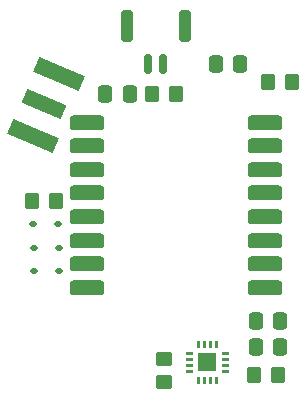
<source format=gbr>
%TF.GenerationSoftware,KiCad,Pcbnew,8.0.1*%
%TF.CreationDate,2024-04-01T21:43:51+02:00*%
%TF.ProjectId,SenseLoraCAM,53656e73-654c-46f7-9261-43414d2e6b69,rev?*%
%TF.SameCoordinates,Original*%
%TF.FileFunction,Paste,Top*%
%TF.FilePolarity,Positive*%
%FSLAX46Y46*%
G04 Gerber Fmt 4.6, Leading zero omitted, Abs format (unit mm)*
G04 Created by KiCad (PCBNEW 8.0.1) date 2024-04-01 21:43:51*
%MOMM*%
%LPD*%
G01*
G04 APERTURE LIST*
G04 Aperture macros list*
%AMRoundRect*
0 Rectangle with rounded corners*
0 $1 Rounding radius*
0 $2 $3 $4 $5 $6 $7 $8 $9 X,Y pos of 4 corners*
0 Add a 4 corners polygon primitive as box body*
4,1,4,$2,$3,$4,$5,$6,$7,$8,$9,$2,$3,0*
0 Add four circle primitives for the rounded corners*
1,1,$1+$1,$2,$3*
1,1,$1+$1,$4,$5*
1,1,$1+$1,$6,$7*
1,1,$1+$1,$8,$9*
0 Add four rect primitives between the rounded corners*
20,1,$1+$1,$2,$3,$4,$5,0*
20,1,$1+$1,$4,$5,$6,$7,0*
20,1,$1+$1,$6,$7,$8,$9,0*
20,1,$1+$1,$8,$9,$2,$3,0*%
%AMRotRect*
0 Rectangle, with rotation*
0 The origin of the aperture is its center*
0 $1 length*
0 $2 width*
0 $3 Rotation angle, in degrees counterclockwise*
0 Add horizontal line*
21,1,$1,$2,0,0,$3*%
G04 Aperture macros list end*
%ADD10C,0.000000*%
%ADD11RoundRect,0.112500X-0.187500X-0.112500X0.187500X-0.112500X0.187500X0.112500X-0.187500X0.112500X0*%
%ADD12RotRect,1.270000X3.600000X247.000000*%
%ADD13RotRect,1.350000X4.200000X247.000000*%
%ADD14RoundRect,0.250000X-0.337500X-0.475000X0.337500X-0.475000X0.337500X0.475000X-0.337500X0.475000X0*%
%ADD15RoundRect,0.150000X0.150000X0.700000X-0.150000X0.700000X-0.150000X-0.700000X0.150000X-0.700000X0*%
%ADD16RoundRect,0.250000X0.250000X1.100000X-0.250000X1.100000X-0.250000X-1.100000X0.250000X-1.100000X0*%
%ADD17RoundRect,0.250000X-0.350000X-0.450000X0.350000X-0.450000X0.350000X0.450000X-0.350000X0.450000X0*%
%ADD18RoundRect,0.250000X-0.450000X0.350000X-0.450000X-0.350000X0.450000X-0.350000X0.450000X0.350000X0*%
%ADD19RoundRect,0.250000X0.350000X0.450000X-0.350000X0.450000X-0.350000X-0.450000X0.350000X-0.450000X0*%
%ADD20RoundRect,0.250000X0.337500X0.475000X-0.337500X0.475000X-0.337500X-0.475000X0.337500X-0.475000X0*%
%ADD21R,0.250000X0.600000*%
%ADD22R,0.600000X0.250000*%
%ADD23R,1.500000X1.500000*%
%ADD24RoundRect,0.317500X1.157500X0.317500X-1.157500X0.317500X-1.157500X-0.317500X1.157500X-0.317500X0*%
G04 APERTURE END LIST*
D10*
%TO.C,U3*%
G36*
X111649000Y-94073000D02*
G01*
X111049000Y-94073000D01*
X111049000Y-93823000D01*
X111649000Y-93823000D01*
X111649000Y-94073000D01*
G37*
G36*
X111649000Y-94573000D02*
G01*
X111049000Y-94573000D01*
X111049000Y-94323000D01*
X111649000Y-94323000D01*
X111649000Y-94573000D01*
G37*
G36*
X111649000Y-95073000D02*
G01*
X111049000Y-95073000D01*
X111049000Y-94823000D01*
X111649000Y-94823000D01*
X111649000Y-95073000D01*
G37*
G36*
X111649000Y-95573000D02*
G01*
X111049000Y-95573000D01*
X111049000Y-95323000D01*
X111649000Y-95323000D01*
X111649000Y-95573000D01*
G37*
G36*
X112226000Y-93500000D02*
G01*
X111976000Y-93500000D01*
X111976000Y-92900000D01*
X112226000Y-92900000D01*
X112226000Y-93500000D01*
G37*
G36*
X112226000Y-96500000D02*
G01*
X111976000Y-96500000D01*
X111976000Y-95900000D01*
X112226000Y-95900000D01*
X112226000Y-96500000D01*
G37*
G36*
X113449000Y-95300000D02*
G01*
X112249000Y-95300000D01*
X112249000Y-94100000D01*
X113449000Y-94100000D01*
X113449000Y-95300000D01*
G37*
G36*
X112724000Y-93500000D02*
G01*
X112474000Y-93500000D01*
X112474000Y-92900000D01*
X112724000Y-92900000D01*
X112724000Y-93500000D01*
G37*
G36*
X112726000Y-96500000D02*
G01*
X112476000Y-96500000D01*
X112476000Y-95900000D01*
X112726000Y-95900000D01*
X112726000Y-96500000D01*
G37*
G36*
X113224000Y-93500000D02*
G01*
X112974000Y-93500000D01*
X112974000Y-92900000D01*
X113224000Y-92900000D01*
X113224000Y-93500000D01*
G37*
G36*
X113226000Y-96500000D02*
G01*
X112976000Y-96500000D01*
X112976000Y-95900000D01*
X113226000Y-95900000D01*
X113226000Y-96500000D01*
G37*
G36*
X113724000Y-93500000D02*
G01*
X113474000Y-93500000D01*
X113474000Y-92900000D01*
X113724000Y-92900000D01*
X113724000Y-93500000D01*
G37*
G36*
X113726000Y-96500000D02*
G01*
X113476000Y-96500000D01*
X113476000Y-95900000D01*
X113726000Y-95900000D01*
X113726000Y-96500000D01*
G37*
G36*
X114649000Y-94073000D02*
G01*
X114049000Y-94073000D01*
X114049000Y-93823000D01*
X114649000Y-93823000D01*
X114649000Y-94073000D01*
G37*
G36*
X114649000Y-94573000D02*
G01*
X114049000Y-94573000D01*
X114049000Y-94323000D01*
X114649000Y-94323000D01*
X114649000Y-94573000D01*
G37*
G36*
X114649000Y-95073000D02*
G01*
X114049000Y-95073000D01*
X114049000Y-94823000D01*
X114649000Y-94823000D01*
X114649000Y-95073000D01*
G37*
G36*
X114649000Y-95573000D02*
G01*
X114049000Y-95573000D01*
X114049000Y-95323000D01*
X114649000Y-95323000D01*
X114649000Y-95573000D01*
G37*
%TD*%
D11*
%TO.C,D5*%
X98100000Y-83000000D03*
X100200000Y-83000000D03*
%TD*%
D12*
%TO.C,AE1*%
X99032106Y-72817221D03*
D13*
X100320022Y-70294942D03*
X98112392Y-75495794D03*
%TD*%
D14*
%TO.C,C2*%
X116962500Y-93400000D03*
X119037500Y-93400000D03*
%TD*%
D15*
%TO.C,J1*%
X109100000Y-69400000D03*
X107850000Y-69400000D03*
D16*
X110950000Y-66200000D03*
X106000000Y-66200000D03*
%TD*%
D11*
%TO.C,D4*%
X98150000Y-85000000D03*
X100250000Y-85000000D03*
%TD*%
D17*
%TO.C,R5*%
X118000000Y-71000000D03*
X120000000Y-71000000D03*
%TD*%
D18*
%TO.C,R1*%
X109200000Y-94400000D03*
X109200000Y-96400000D03*
%TD*%
D14*
%TO.C,C1*%
X116962500Y-91200000D03*
X119037500Y-91200000D03*
%TD*%
D19*
%TO.C,R8*%
X110200000Y-72000000D03*
X108200000Y-72000000D03*
%TD*%
D11*
%TO.C,D3*%
X98150000Y-87000000D03*
X100250000Y-87000000D03*
%TD*%
D14*
%TO.C,C4*%
X113562500Y-69400000D03*
X115637500Y-69400000D03*
%TD*%
D19*
%TO.C,R4*%
X118800000Y-95800000D03*
X116800000Y-95800000D03*
%TD*%
D20*
%TO.C,C5*%
X106275000Y-72000000D03*
X104200000Y-72000000D03*
%TD*%
D17*
%TO.C,R6*%
X98000000Y-81000000D03*
X100000000Y-81000000D03*
%TD*%
D21*
%TO.C,U3*%
X112101000Y-96200000D03*
X112600000Y-96200000D03*
X113101000Y-96200000D03*
X113600000Y-96200000D03*
D22*
X114349000Y-95448000D03*
X114349000Y-94948000D03*
X114349000Y-94448000D03*
X114349000Y-93948000D03*
D21*
X113599000Y-93200000D03*
X113099000Y-93200000D03*
X112599000Y-93200000D03*
X112101000Y-93200000D03*
D22*
X111349000Y-93948000D03*
X111349000Y-94448000D03*
X111349000Y-94948000D03*
X111349000Y-95448000D03*
D23*
X112849000Y-94700000D03*
%TD*%
D24*
%TO.C,U1*%
X117725000Y-88400000D03*
X117725000Y-86400000D03*
X117725000Y-84400000D03*
X117725000Y-82400000D03*
X117725000Y-80400000D03*
X117725000Y-78400000D03*
X117725000Y-76400000D03*
X117725000Y-74400000D03*
X102675000Y-74400000D03*
X102675000Y-76400000D03*
X102675000Y-78400000D03*
X102675000Y-80400000D03*
X102675000Y-82400000D03*
X102675000Y-84400000D03*
X102675000Y-86400000D03*
X102675000Y-88400000D03*
%TD*%
M02*

</source>
